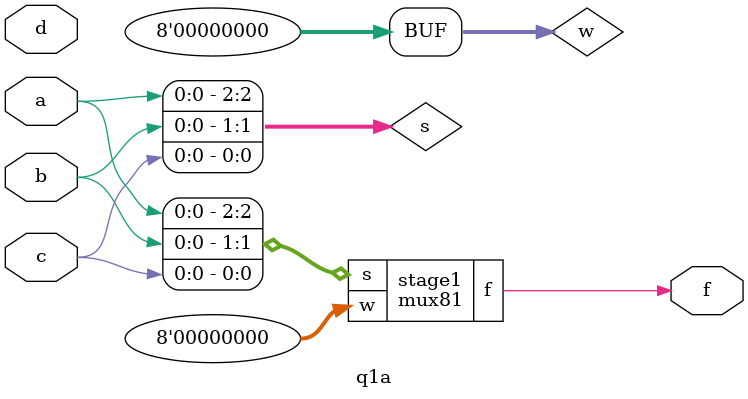
<source format=v>
module mux81(w,s,f);
input [7:0] w;
input [2:0] s;
output reg f;

always @(w or s)
begin
	case(s)
		0: f = w[0];
		1: f = w[1];
		2: f = w[2];
		3: f = w[3];
		4: f = w[4];
		5: f = w[5];
		6: f = w[6];
		7: f = w[7];
	endcase
end
endmodule

module q1a(a,b,c,d,f);
input a,b,c,d;
output f;
wire [7:0] w;
wire [2:0] s;

assign w = {~d,1,0,1,1,1,0,0};
assign s = {a,b,c};

mux81 stage1(w,s,f);
endmodule

</source>
